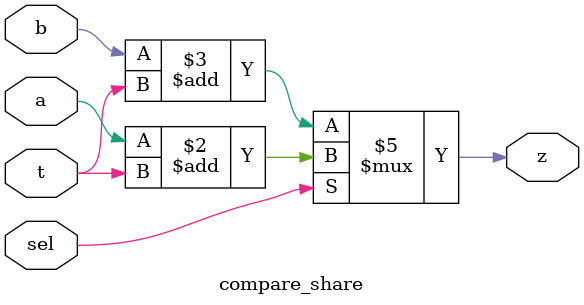
<source format=v>


module compare_share(a, b, t, sel, z);
	input a, b, t, sel;
	output reg z;
	
//	assign z = sel ? a+t: b+t;
	
	always @(a or b or t or sel) begin
		if(sel)
			z = a+t;
		else
			z = b+t;
	end

endmodule
</source>
